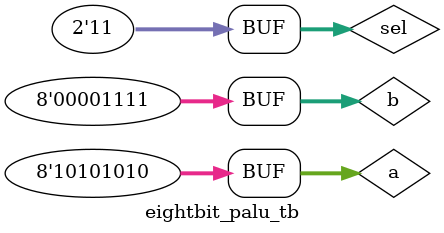
<source format=v>
module eightbit_palu(input[7:0] a, input[7:0] b, input[1:0] sel, output[7:0] f, output ovf);
	reg[7:0] f;
	reg ovf;
	always @ (a, b, sel)
		case (sel)
			0: begin
				f=a+b; 
				ovf=(a[7]^f[7])&(b[7]^f[7]);
			end
			1: begin
				f=~b;
				ovf=0;
			end
                        2: begin
                                f=a&b;
                                ovf=0;
                        end
                        3: begin
                                f=a|b;
                                ovf=0;
                        end
		endcase
endmodule

module eightbit_palu_tb;
	reg[7:0] a, b;
	reg[1:0] sel;
	wire[7:0] f;
	wire ovf;
	
	eightbit_palu ebpl1 (a, b, sel, f, ovf);

	initial begin
		$monitor("%d a=%b b=%b sel=%d f=%b ovf=%b", $time, a, b, sel, f, ovf);
		#10
		a=8'b00000000;
		b=8'b00000000;
		sel=2'b00;
	        #10
                a=8'b01111111;
                b=8'b01111111;
                sel=2'b00;
	        #10
                a=8'b11110000;
                b=8'b11110000;
                sel=2'b01;
	        #10
                a=8'b10101010;
                b=8'b10101010;
                sel=2'b10;
                #10
                a=8'b10101010;
                b=8'b00001111;
                sel=2'b11;
	end
endmodule

</source>
